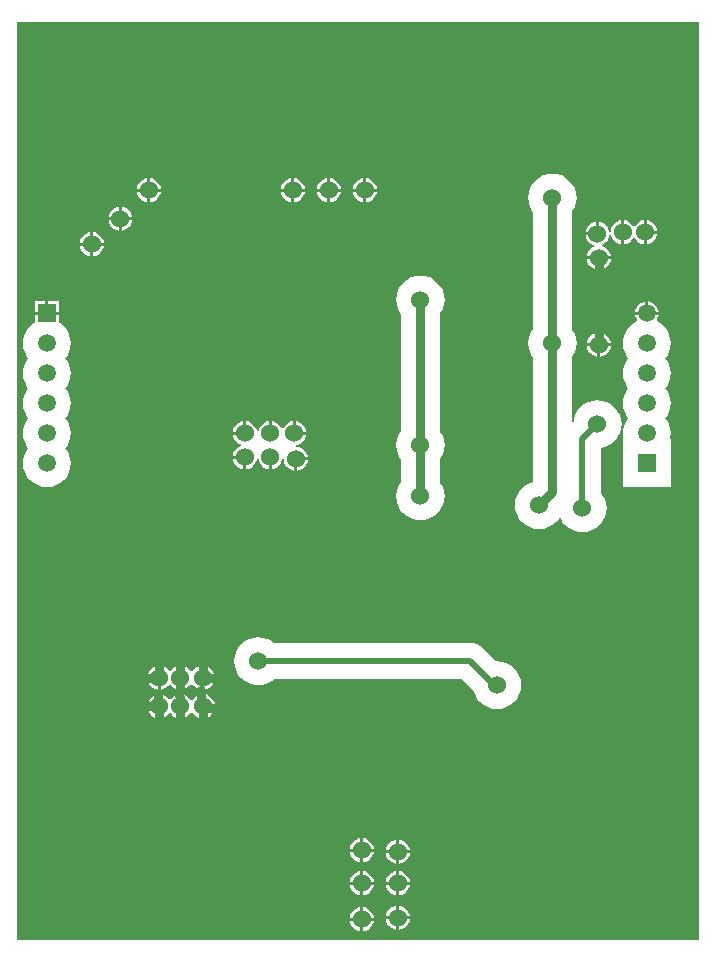
<source format=gbl>
%FSLAX25Y25*%
%MOIN*%
G70*
G01*
G75*
G04 Layer_Physical_Order=2*
G04 Layer_Color=16711680*
%ADD10O,0.06496X0.01969*%
%ADD11R,0.06496X0.01969*%
%ADD12R,0.05512X0.04331*%
%ADD13R,0.05906X0.05512*%
%ADD14R,0.05512X0.05906*%
%ADD15R,0.04331X0.05512*%
%ADD16R,0.28740X0.10433*%
%ADD17R,0.04331X0.10236*%
%ADD18R,0.16732X0.10906*%
%ADD19R,0.08661X0.03937*%
%ADD20O,0.08661X0.03937*%
%ADD21R,0.08661X0.12795*%
G04:AMPARAMS|DCode=22|XSize=55.12mil|YSize=25.59mil|CornerRadius=0mil|HoleSize=0mil|Usage=FLASHONLY|Rotation=180.000|XOffset=0mil|YOffset=0mil|HoleType=Round|Shape=Octagon|*
%AMOCTAGOND22*
4,1,8,-0.02756,0.00640,-0.02756,-0.00640,-0.02116,-0.01280,0.02116,-0.01280,0.02756,-0.00640,0.02756,0.00640,0.02116,0.01280,-0.02116,0.01280,-0.02756,0.00640,0.0*
%
%ADD22OCTAGOND22*%

%ADD23R,0.05512X0.02559*%
%ADD24R,0.06000X0.06000*%
%ADD25R,0.04331X0.06693*%
%ADD26O,0.05500X0.03000*%
%ADD27R,0.05500X0.03000*%
%ADD28R,0.10906X0.16732*%
%ADD29R,0.07874X0.09843*%
G04:AMPARAMS|DCode=30|XSize=78.74mil|YSize=98.43mil|CornerRadius=0mil|HoleSize=0mil|Usage=FLASHONLY|Rotation=180.000|XOffset=0mil|YOffset=0mil|HoleType=Round|Shape=Octagon|*
%AMOCTAGOND30*
4,1,8,0.01969,-0.04921,-0.01969,-0.04921,-0.03937,-0.02953,-0.03937,0.02953,-0.01969,0.04921,0.01969,0.04921,0.03937,0.02953,0.03937,-0.02953,0.01969,-0.04921,0.0*
%
%ADD30OCTAGOND30*%

G04:AMPARAMS|DCode=31|XSize=66.93mil|YSize=130mil|CornerRadius=0mil|HoleSize=0mil|Usage=FLASHONLY|Rotation=180.000|XOffset=0mil|YOffset=0mil|HoleType=Round|Shape=Octagon|*
%AMOCTAGOND31*
4,1,8,0.01673,-0.06500,-0.01673,-0.06500,-0.03347,-0.04827,-0.03347,0.04827,-0.01673,0.06500,0.01673,0.06500,0.03347,0.04827,0.03347,-0.04827,0.01673,-0.06500,0.0*
%
%ADD31OCTAGOND31*%

%ADD32R,0.06693X0.13000*%
%ADD33R,0.04724X0.01221*%
%ADD34O,0.04724X0.01221*%
%ADD35R,0.02756X0.01181*%
%ADD36O,0.02756X0.01181*%
%ADD37C,0.01500*%
%ADD38C,0.01000*%
%ADD39C,0.01200*%
%ADD40C,0.03000*%
%ADD41C,0.02000*%
%ADD42C,0.02500*%
%ADD43R,0.05906X0.05906*%
%ADD44C,0.05906*%
%ADD45C,0.06000*%
G36*
X352452Y64547D02*
X125048D01*
Y370452D01*
X352452D01*
Y64547D01*
D02*
G37*
%LPC*%
G36*
X172000Y146469D02*
X171456Y146397D01*
X170483Y145994D01*
X169647Y145353D01*
X169006Y144517D01*
X168603Y143544D01*
X168531Y143000D01*
X172000D01*
Y146469D01*
D02*
G37*
G36*
X205500Y165539D02*
X203932Y165384D01*
X202424Y164927D01*
X201034Y164184D01*
X199816Y163184D01*
X198816Y161966D01*
X198073Y160576D01*
X197616Y159068D01*
X197461Y157500D01*
X197616Y155932D01*
X198073Y154424D01*
X198816Y153034D01*
X199816Y151816D01*
X201034Y150816D01*
X202424Y150073D01*
X203932Y149616D01*
X205500Y149461D01*
X207068Y149616D01*
X208576Y150073D01*
X209966Y150816D01*
X210764Y151471D01*
X273503D01*
X277148Y147826D01*
X277573Y146424D01*
X278316Y145034D01*
X279316Y143816D01*
X280534Y142816D01*
X281924Y142073D01*
X283432Y141616D01*
X285000Y141461D01*
X286568Y141616D01*
X288076Y142073D01*
X289466Y142816D01*
X290684Y143816D01*
X291684Y145034D01*
X292427Y146424D01*
X292884Y147932D01*
X293039Y149500D01*
X292884Y151068D01*
X292427Y152576D01*
X291684Y153966D01*
X290684Y155184D01*
X289466Y156184D01*
X288076Y156927D01*
X286568Y157384D01*
X285000Y157539D01*
X284534Y157493D01*
X280263Y161763D01*
X279349Y162513D01*
X278307Y163070D01*
X277176Y163413D01*
X276000Y163529D01*
X210764D01*
X209966Y164184D01*
X208576Y164927D01*
X207068Y165384D01*
X205500Y165539D01*
D02*
G37*
G36*
X187500Y146469D02*
Y143000D01*
X190969D01*
X190897Y143544D01*
X190494Y144517D01*
X189853Y145353D01*
X189017Y145994D01*
X188044Y146397D01*
X187500Y146469D01*
D02*
G37*
G36*
X179000D02*
X178456Y146397D01*
X177483Y145994D01*
X176647Y145353D01*
X176250Y144835D01*
X175750D01*
X175353Y145353D01*
X174517Y145994D01*
X173544Y146397D01*
X173000Y146469D01*
Y142500D01*
Y138531D01*
X173544Y138603D01*
X174517Y139006D01*
X175353Y139647D01*
X175750Y140165D01*
X176250D01*
X176647Y139647D01*
X177483Y139006D01*
X178456Y138603D01*
X179000Y138531D01*
Y142500D01*
Y146469D01*
D02*
G37*
G36*
X186500D02*
X185956Y146397D01*
X184983Y145994D01*
X184147Y145353D01*
X183506Y144517D01*
X183500Y144503D01*
X183000D01*
X182994Y144517D01*
X182353Y145353D01*
X181517Y145994D01*
X180544Y146397D01*
X180000Y146469D01*
Y142500D01*
Y138531D01*
X180544Y138603D01*
X181517Y139006D01*
X182353Y139647D01*
X182994Y140483D01*
X183000Y140497D01*
X183500D01*
X183506Y140483D01*
X184147Y139647D01*
X184983Y139006D01*
X185956Y138603D01*
X186500Y138531D01*
Y142500D01*
Y146469D01*
D02*
G37*
G36*
X239500Y98469D02*
X238956Y98397D01*
X237983Y97994D01*
X237147Y97353D01*
X236506Y96517D01*
X236103Y95544D01*
X236031Y95000D01*
X239500D01*
Y98469D01*
D02*
G37*
G36*
X252500Y97969D02*
Y94500D01*
X255969D01*
X255897Y95044D01*
X255494Y96017D01*
X254853Y96853D01*
X254017Y97494D01*
X253044Y97897D01*
X252500Y97969D01*
D02*
G37*
G36*
X240500Y98469D02*
Y95000D01*
X243969D01*
X243897Y95544D01*
X243494Y96517D01*
X242853Y97353D01*
X242017Y97994D01*
X241044Y98397D01*
X240500Y98469D01*
D02*
G37*
G36*
X190969Y142000D02*
X187500D01*
Y138531D01*
X188044Y138603D01*
X189017Y139006D01*
X189853Y139647D01*
X190494Y140483D01*
X190897Y141456D01*
X190969Y142000D01*
D02*
G37*
G36*
X172000D02*
X168531D01*
X168603Y141456D01*
X169006Y140483D01*
X169647Y139647D01*
X170483Y139006D01*
X171456Y138603D01*
X172000Y138531D01*
Y142000D01*
D02*
G37*
G36*
Y151500D02*
X168531D01*
X168603Y150956D01*
X169006Y149983D01*
X169647Y149147D01*
X170483Y148506D01*
X171456Y148103D01*
X172000Y148031D01*
Y151500D01*
D02*
G37*
G36*
X259500Y286039D02*
X257932Y285884D01*
X256424Y285427D01*
X255034Y284684D01*
X253816Y283684D01*
X252816Y282466D01*
X252073Y281076D01*
X251616Y279568D01*
X251461Y278000D01*
X251616Y276432D01*
X252073Y274924D01*
X252816Y273534D01*
X252969Y273348D01*
Y234152D01*
X252816Y233966D01*
X252073Y232576D01*
X251616Y231068D01*
X251461Y229500D01*
X251616Y227932D01*
X252073Y226424D01*
X252816Y225034D01*
X252969Y224848D01*
Y217152D01*
X252816Y216966D01*
X252073Y215576D01*
X251616Y214068D01*
X251461Y212500D01*
X251616Y210932D01*
X251747Y210500D01*
X252073Y209424D01*
X252816Y208034D01*
X253816Y206816D01*
X255034Y205816D01*
X256424Y205073D01*
X257932Y204616D01*
X259500Y204461D01*
X261068Y204616D01*
X262576Y205073D01*
X263966Y205816D01*
X265184Y206816D01*
X266184Y208034D01*
X266927Y209424D01*
X267384Y210932D01*
X267539Y212500D01*
X267384Y214068D01*
X266927Y215576D01*
X266184Y216966D01*
X266031Y217152D01*
Y224848D01*
X266184Y225034D01*
X266927Y226424D01*
X267384Y227932D01*
X267539Y229500D01*
X267384Y231068D01*
X266927Y232576D01*
X266184Y233966D01*
X266031Y234152D01*
Y273348D01*
X266184Y273534D01*
X266927Y274924D01*
X267384Y276432D01*
X267539Y278000D01*
X267384Y279568D01*
X266927Y281076D01*
X266184Y282466D01*
X265184Y283684D01*
X263966Y284684D01*
X262576Y285427D01*
X261068Y285884D01*
X259500Y286039D01*
D02*
G37*
G36*
X303500Y320039D02*
X301932Y319884D01*
X300424Y319427D01*
X299034Y318684D01*
X297816Y317684D01*
X296816Y316466D01*
X296073Y315076D01*
X295616Y313568D01*
X295461Y312000D01*
X295616Y310432D01*
X296073Y308924D01*
X296816Y307534D01*
X296969Y307348D01*
Y268152D01*
X296816Y267966D01*
X296073Y266576D01*
X295616Y265068D01*
X295461Y263500D01*
X295616Y261932D01*
X296073Y260424D01*
X296816Y259034D01*
X296969Y258848D01*
Y217244D01*
X295924Y216927D01*
X294534Y216184D01*
X293316Y215184D01*
X292316Y213966D01*
X291573Y212576D01*
X291116Y211068D01*
X291023Y210129D01*
D01*
X290961Y209500D01*
X291116Y207932D01*
X291573Y206424D01*
X292316Y205034D01*
X293316Y203816D01*
X294534Y202816D01*
X295924Y202073D01*
X297432Y201616D01*
X299000Y201461D01*
X300568Y201616D01*
X302076Y202073D01*
X303466Y202816D01*
X304684Y203816D01*
X305684Y205034D01*
X305733Y205125D01*
D01*
X306233D01*
D01*
D01*
X306816Y204034D01*
X307816Y202816D01*
X309034Y201816D01*
X310424Y201073D01*
X311932Y200616D01*
X313500Y200461D01*
X315068Y200616D01*
X316576Y201073D01*
X317966Y201816D01*
X319184Y202816D01*
X320184Y204034D01*
X320927Y205424D01*
X321384Y206932D01*
X321539Y208500D01*
X321384Y210068D01*
X320927Y211576D01*
X320184Y212966D01*
X319529Y213764D01*
Y228563D01*
X320068Y228616D01*
X321576Y229073D01*
X322966Y229816D01*
X324184Y230816D01*
X325184Y232034D01*
X325927Y233424D01*
X326384Y234932D01*
X326539Y236500D01*
X326384Y238068D01*
X325927Y239576D01*
X325184Y240966D01*
X324184Y242184D01*
X322966Y243184D01*
X321576Y243927D01*
X320068Y244384D01*
X318500Y244539D01*
X316932Y244384D01*
X315424Y243927D01*
X314034Y243184D01*
X312816Y242184D01*
X311816Y240966D01*
X311073Y239576D01*
X310616Y238068D01*
X310531Y237206D01*
X310031Y237231D01*
Y258848D01*
X310184Y259034D01*
X310927Y260424D01*
X311384Y261932D01*
X311539Y263500D01*
X311384Y265068D01*
X310927Y266576D01*
X310184Y267966D01*
X310031Y268152D01*
Y307348D01*
X310184Y307534D01*
X310927Y308924D01*
X311384Y310432D01*
X311539Y312000D01*
X311384Y313568D01*
X310927Y315076D01*
X310184Y316466D01*
X309184Y317684D01*
X307966Y318684D01*
X306576Y319427D01*
X305068Y319884D01*
X303500Y320039D01*
D02*
G37*
G36*
X138953Y273000D02*
X131047D01*
Y270405D01*
X130560Y270145D01*
X129349Y269151D01*
X128356Y267940D01*
X127617Y266558D01*
X127162Y265059D01*
X127009Y263500D01*
X127162Y261941D01*
X127617Y260442D01*
X128356Y259060D01*
X128815Y258500D01*
X128356Y257940D01*
X127617Y256558D01*
X127162Y255059D01*
X127009Y253500D01*
X127162Y251941D01*
X127617Y250442D01*
X128356Y249060D01*
X128815Y248500D01*
X128356Y247940D01*
X127617Y246558D01*
X127162Y245059D01*
X127009Y243500D01*
X127162Y241941D01*
X127617Y240442D01*
X128356Y239060D01*
X128815Y238500D01*
X128356Y237940D01*
X127617Y236558D01*
X127162Y235059D01*
X127009Y233500D01*
X127162Y231941D01*
X127617Y230442D01*
X128356Y229060D01*
X128815Y228500D01*
X128356Y227940D01*
X127617Y226558D01*
X127162Y225059D01*
X127009Y223500D01*
X127162Y221941D01*
X127617Y220442D01*
X128356Y219060D01*
X129349Y217849D01*
X130560Y216856D01*
X131942Y216117D01*
X133441Y215662D01*
X135000Y215509D01*
X136559Y215662D01*
X138058Y216117D01*
X139440Y216856D01*
X140651Y217849D01*
X141645Y219060D01*
X142383Y220442D01*
X142838Y221941D01*
X142991Y223500D01*
X142838Y225059D01*
X142383Y226558D01*
X141645Y227940D01*
X141185Y228500D01*
X141645Y229060D01*
X142383Y230442D01*
X142838Y231941D01*
X142991Y233500D01*
X142838Y235059D01*
X142383Y236558D01*
X141645Y237940D01*
X141185Y238500D01*
X141645Y239060D01*
X142383Y240442D01*
X142838Y241941D01*
X142991Y243500D01*
X142838Y245059D01*
X142383Y246558D01*
X141645Y247940D01*
X141185Y248500D01*
X141645Y249060D01*
X142383Y250442D01*
X142838Y251941D01*
X142991Y253500D01*
X142838Y255059D01*
X142383Y256558D01*
X141645Y257940D01*
X141185Y258500D01*
X141645Y259060D01*
X142383Y260442D01*
X142838Y261941D01*
X142991Y263500D01*
X142838Y265059D01*
X142383Y266558D01*
X141645Y267940D01*
X140651Y269151D01*
X139440Y270145D01*
X138953Y270405D01*
Y273000D01*
D02*
G37*
G36*
X221969Y224500D02*
X218500D01*
Y221031D01*
X219044Y221103D01*
X220017Y221506D01*
X220853Y222147D01*
X221494Y222983D01*
X221897Y223956D01*
X221969Y224500D01*
D02*
G37*
G36*
X338921Y273000D02*
X331079D01*
X331149Y272468D01*
X331547Y271507D01*
X331766Y271221D01*
X331661Y270733D01*
X330560Y270145D01*
X329349Y269151D01*
X328356Y267940D01*
X327617Y266558D01*
X327162Y265059D01*
X327009Y263500D01*
X327162Y261941D01*
X327617Y260442D01*
X328356Y259060D01*
X328815Y258500D01*
X328356Y257940D01*
X327617Y256558D01*
X327162Y255059D01*
X327009Y253500D01*
X327162Y251941D01*
X327617Y250442D01*
X328356Y249060D01*
X328815Y248500D01*
X328356Y247940D01*
X327617Y246558D01*
X327162Y245059D01*
X327009Y243500D01*
X327162Y241941D01*
X327617Y240442D01*
X328356Y239060D01*
X328815Y238500D01*
X328356Y237940D01*
X327617Y236558D01*
X327162Y235059D01*
X327009Y233500D01*
X327162Y231941D01*
X327234Y231705D01*
X327047Y231453D01*
X327047D01*
Y215547D01*
X342953D01*
Y231453D01*
X342953D01*
X342766Y231705D01*
X342838Y231941D01*
X342991Y233500D01*
X342838Y235059D01*
X342383Y236558D01*
X341645Y237940D01*
X341185Y238500D01*
X341645Y239060D01*
X342383Y240442D01*
X342838Y241941D01*
X342991Y243500D01*
X342838Y245059D01*
X342383Y246558D01*
X341645Y247940D01*
X341185Y248500D01*
X341645Y249060D01*
X342383Y250442D01*
X342838Y251941D01*
X342991Y253500D01*
X342838Y255059D01*
X342383Y256558D01*
X341645Y257940D01*
X341185Y258500D01*
X341645Y259060D01*
X342383Y260442D01*
X342838Y261941D01*
X342991Y263500D01*
X342838Y265059D01*
X342383Y266558D01*
X341645Y267940D01*
X340651Y269151D01*
X339440Y270145D01*
X338339Y270733D01*
X338234Y271221D01*
X338453Y271507D01*
X338851Y272468D01*
X338921Y273000D01*
D02*
G37*
G36*
X172000Y155969D02*
X171456Y155897D01*
X170483Y155494D01*
X169647Y154853D01*
X169006Y154017D01*
X168603Y153044D01*
X168531Y152500D01*
X172000D01*
Y155969D01*
D02*
G37*
G36*
X190969Y151500D02*
X187500D01*
Y148031D01*
X188044Y148103D01*
X189017Y148506D01*
X189853Y149147D01*
X190494Y149983D01*
X190897Y150956D01*
X190969Y151500D01*
D02*
G37*
G36*
X187500Y155969D02*
Y152500D01*
X190969D01*
X190897Y153044D01*
X190494Y154017D01*
X189853Y154853D01*
X189017Y155494D01*
X188044Y155897D01*
X187500Y155969D01*
D02*
G37*
G36*
X179000D02*
X178456Y155897D01*
X177483Y155494D01*
X176647Y154853D01*
X176250Y154335D01*
X175750D01*
X175353Y154853D01*
X174517Y155494D01*
X173544Y155897D01*
X173000Y155969D01*
Y152000D01*
Y148031D01*
X173544Y148103D01*
X174517Y148506D01*
X175353Y149147D01*
X175750Y149665D01*
X176250D01*
X176647Y149147D01*
X177483Y148506D01*
X178456Y148103D01*
X179000Y148031D01*
Y152000D01*
Y155969D01*
D02*
G37*
G36*
X186500D02*
X185956Y155897D01*
X184983Y155494D01*
X184147Y154853D01*
X183506Y154017D01*
X183500Y154003D01*
X183000D01*
X182994Y154017D01*
X182353Y154853D01*
X181517Y155494D01*
X180544Y155897D01*
X180000Y155969D01*
Y152000D01*
Y148031D01*
X180544Y148103D01*
X181517Y148506D01*
X182353Y149147D01*
X182994Y149983D01*
X183000Y149997D01*
X183500D01*
X183506Y149983D01*
X184147Y149147D01*
X184983Y148506D01*
X185956Y148103D01*
X186500Y148031D01*
Y152000D01*
Y155969D01*
D02*
G37*
G36*
X251500Y75969D02*
X250956Y75897D01*
X249983Y75494D01*
X249147Y74853D01*
X248506Y74017D01*
X248103Y73044D01*
X248031Y72500D01*
X251500D01*
Y75969D01*
D02*
G37*
G36*
X240500Y75469D02*
Y72000D01*
X243969D01*
X243897Y72544D01*
X243494Y73517D01*
X242853Y74353D01*
X242017Y74994D01*
X241044Y75397D01*
X240500Y75469D01*
D02*
G37*
G36*
X252500Y75969D02*
Y72500D01*
X255969D01*
X255897Y73044D01*
X255494Y74017D01*
X254853Y74853D01*
X254017Y75494D01*
X253044Y75897D01*
X252500Y75969D01*
D02*
G37*
G36*
X243969Y83000D02*
X240500D01*
Y79531D01*
X241044Y79603D01*
X242017Y80006D01*
X242853Y80647D01*
X243494Y81483D01*
X243897Y82456D01*
X243969Y83000D01*
D02*
G37*
G36*
X239500D02*
X236031D01*
X236103Y82456D01*
X236506Y81483D01*
X237147Y80647D01*
X237983Y80006D01*
X238956Y79603D01*
X239500Y79531D01*
Y83000D01*
D02*
G37*
G36*
X243969Y71000D02*
X240500D01*
Y67531D01*
X241044Y67603D01*
X242017Y68006D01*
X242853Y68647D01*
X243494Y69483D01*
X243897Y70456D01*
X243969Y71000D01*
D02*
G37*
G36*
X239500D02*
X236031D01*
X236103Y70456D01*
X236506Y69483D01*
X237147Y68647D01*
X237983Y68006D01*
X238956Y67603D01*
X239500Y67531D01*
Y71000D01*
D02*
G37*
G36*
X251500Y71500D02*
X248031D01*
X248103Y70956D01*
X248506Y69983D01*
X249147Y69147D01*
X249983Y68506D01*
X250956Y68103D01*
X251500Y68031D01*
Y71500D01*
D02*
G37*
G36*
X239500Y75469D02*
X238956Y75397D01*
X237983Y74994D01*
X237147Y74353D01*
X236506Y73517D01*
X236103Y72544D01*
X236031Y72000D01*
X239500D01*
Y75469D01*
D02*
G37*
G36*
X255969Y71500D02*
X252500D01*
Y68031D01*
X253044Y68103D01*
X254017Y68506D01*
X254853Y69147D01*
X255494Y69983D01*
X255897Y70956D01*
X255969Y71500D01*
D02*
G37*
G36*
X251500Y83000D02*
X248031D01*
X248103Y82456D01*
X248506Y81483D01*
X249147Y80647D01*
X249983Y80006D01*
X250956Y79603D01*
X251500Y79531D01*
Y83000D01*
D02*
G37*
G36*
X255969Y93500D02*
X252500D01*
Y90031D01*
X253044Y90103D01*
X254017Y90506D01*
X254853Y91147D01*
X255494Y91983D01*
X255897Y92956D01*
X255969Y93500D01*
D02*
G37*
G36*
X251500D02*
X248031D01*
X248103Y92956D01*
X248506Y91983D01*
X249147Y91147D01*
X249983Y90506D01*
X250956Y90103D01*
X251500Y90031D01*
Y93500D01*
D02*
G37*
G36*
X239500Y94000D02*
X236031D01*
X236103Y93456D01*
X236506Y92483D01*
X237147Y91647D01*
X237983Y91006D01*
X238956Y90603D01*
X239500Y90531D01*
Y94000D01*
D02*
G37*
G36*
X251500Y97969D02*
X250956Y97897D01*
X249983Y97494D01*
X249147Y96853D01*
X248506Y96017D01*
X248103Y95044D01*
X248031Y94500D01*
X251500D01*
Y97969D01*
D02*
G37*
G36*
X243969Y94000D02*
X240500D01*
Y90531D01*
X241044Y90603D01*
X242017Y91006D01*
X242853Y91647D01*
X243494Y92483D01*
X243897Y93456D01*
X243969Y94000D01*
D02*
G37*
G36*
X239500Y87469D02*
X238956Y87397D01*
X237983Y86994D01*
X237147Y86353D01*
X236506Y85517D01*
X236103Y84544D01*
X236031Y84000D01*
X239500D01*
Y87469D01*
D02*
G37*
G36*
X255969Y83000D02*
X252500D01*
Y79531D01*
X253044Y79603D01*
X254017Y80006D01*
X254853Y80647D01*
X255494Y81483D01*
X255897Y82456D01*
X255969Y83000D01*
D02*
G37*
G36*
X240500Y87469D02*
Y84000D01*
X243969D01*
X243897Y84544D01*
X243494Y85517D01*
X242853Y86353D01*
X242017Y86994D01*
X241044Y87397D01*
X240500Y87469D01*
D02*
G37*
G36*
X252500D02*
Y84000D01*
X255969D01*
X255897Y84544D01*
X255494Y85517D01*
X254853Y86353D01*
X254017Y86994D01*
X253044Y87397D01*
X252500Y87469D01*
D02*
G37*
G36*
X251500D02*
X250956Y87397D01*
X249983Y86994D01*
X249147Y86353D01*
X248506Y85517D01*
X248103Y84544D01*
X248031Y84000D01*
X251500D01*
Y87469D01*
D02*
G37*
G36*
X172969Y314000D02*
X169500D01*
Y310531D01*
X170044Y310603D01*
X171017Y311006D01*
X171853Y311647D01*
X172494Y312483D01*
X172897Y313456D01*
X172969Y314000D01*
D02*
G37*
G36*
X168500D02*
X165031D01*
X165103Y313456D01*
X165506Y312483D01*
X166147Y311647D01*
X166983Y311006D01*
X167956Y310603D01*
X168500Y310531D01*
Y314000D01*
D02*
G37*
G36*
X216500D02*
X213031D01*
X213103Y313456D01*
X213506Y312483D01*
X214147Y311647D01*
X214983Y311006D01*
X215956Y310603D01*
X216500Y310531D01*
Y314000D01*
D02*
G37*
G36*
X228500D02*
X225031D01*
X225103Y313456D01*
X225506Y312483D01*
X226147Y311647D01*
X226983Y311006D01*
X227956Y310603D01*
X228500Y310531D01*
Y314000D01*
D02*
G37*
G36*
X220969D02*
X217500D01*
Y310531D01*
X218044Y310603D01*
X219017Y311006D01*
X219853Y311647D01*
X220494Y312483D01*
X220897Y313456D01*
X220969Y314000D01*
D02*
G37*
G36*
X163469Y304500D02*
X160000D01*
Y301031D01*
X160544Y301103D01*
X161517Y301506D01*
X162353Y302147D01*
X162994Y302983D01*
X163397Y303956D01*
X163469Y304500D01*
D02*
G37*
G36*
X159000D02*
X155531D01*
X155603Y303956D01*
X156006Y302983D01*
X156647Y302147D01*
X157483Y301506D01*
X158456Y301103D01*
X159000Y301031D01*
Y304500D01*
D02*
G37*
G36*
X334000Y304469D02*
X333456Y304397D01*
X332483Y303994D01*
X331647Y303353D01*
X331006Y302517D01*
X331000Y302503D01*
X330500D01*
X330494Y302517D01*
X329853Y303353D01*
X329017Y303994D01*
X328044Y304397D01*
X327500Y304469D01*
Y300500D01*
Y296531D01*
X328044Y296603D01*
X329017Y297006D01*
X329853Y297647D01*
X330494Y298483D01*
X330500Y298497D01*
X331000D01*
X331006Y298483D01*
X331647Y297647D01*
X332483Y297006D01*
X333456Y296603D01*
X334000Y296531D01*
Y300500D01*
Y304469D01*
D02*
G37*
G36*
X160000Y308969D02*
Y305500D01*
X163469D01*
X163397Y306044D01*
X162994Y307017D01*
X162353Y307853D01*
X161517Y308494D01*
X160544Y308897D01*
X160000Y308969D01*
D02*
G37*
G36*
X159000D02*
X158456Y308897D01*
X157483Y308494D01*
X156647Y307853D01*
X156006Y307017D01*
X155603Y306044D01*
X155531Y305500D01*
X159000D01*
Y308969D01*
D02*
G37*
G36*
X232969Y314000D02*
X229500D01*
Y310531D01*
X230044Y310603D01*
X231017Y311006D01*
X231853Y311647D01*
X232494Y312483D01*
X232897Y313456D01*
X232969Y314000D01*
D02*
G37*
G36*
X228500Y318469D02*
X227956Y318397D01*
X226983Y317994D01*
X226147Y317353D01*
X225506Y316517D01*
X225103Y315544D01*
X225031Y315000D01*
X228500D01*
Y318469D01*
D02*
G37*
G36*
X217500D02*
Y315000D01*
X220969D01*
X220897Y315544D01*
X220494Y316517D01*
X219853Y317353D01*
X219017Y317994D01*
X218044Y318397D01*
X217500Y318469D01*
D02*
G37*
G36*
X229500D02*
Y315000D01*
X232969D01*
X232897Y315544D01*
X232494Y316517D01*
X231853Y317353D01*
X231017Y317994D01*
X230044Y318397D01*
X229500Y318469D01*
D02*
G37*
G36*
X241500D02*
Y315000D01*
X244969D01*
X244897Y315544D01*
X244494Y316517D01*
X243853Y317353D01*
X243017Y317994D01*
X242044Y318397D01*
X241500Y318469D01*
D02*
G37*
G36*
X240500D02*
X239956Y318397D01*
X238983Y317994D01*
X238147Y317353D01*
X237506Y316517D01*
X237103Y315544D01*
X237031Y315000D01*
X240500D01*
Y318469D01*
D02*
G37*
G36*
X244969Y314000D02*
X241500D01*
Y310531D01*
X242044Y310603D01*
X243017Y311006D01*
X243853Y311647D01*
X244494Y312483D01*
X244897Y313456D01*
X244969Y314000D01*
D02*
G37*
G36*
X240500D02*
X237031D01*
X237103Y313456D01*
X237506Y312483D01*
X238147Y311647D01*
X238983Y311006D01*
X239956Y310603D01*
X240500Y310531D01*
Y314000D01*
D02*
G37*
G36*
X168500Y318469D02*
X167956Y318397D01*
X166983Y317994D01*
X166147Y317353D01*
X165506Y316517D01*
X165103Y315544D01*
X165031Y315000D01*
X168500D01*
Y318469D01*
D02*
G37*
G36*
X216500D02*
X215956Y318397D01*
X214983Y317994D01*
X214147Y317353D01*
X213506Y316517D01*
X213103Y315544D01*
X213031Y315000D01*
X216500D01*
Y318469D01*
D02*
G37*
G36*
X169500D02*
Y315000D01*
X172969D01*
X172897Y315544D01*
X172494Y316517D01*
X171853Y317353D01*
X171017Y317994D01*
X170044Y318397D01*
X169500Y318469D01*
D02*
G37*
G36*
X335000Y304469D02*
Y301000D01*
X338469D01*
X338397Y301544D01*
X337994Y302517D01*
X337353Y303353D01*
X336517Y303994D01*
X335544Y304397D01*
X335000Y304469D01*
D02*
G37*
G36*
X318500Y266969D02*
X317956Y266897D01*
X316983Y266494D01*
X316147Y265853D01*
X315506Y265017D01*
X315103Y264044D01*
X315031Y263500D01*
X318500D01*
Y266969D01*
D02*
G37*
G36*
X322969Y262500D02*
X319500D01*
Y259031D01*
X320044Y259103D01*
X321017Y259506D01*
X321853Y260147D01*
X322494Y260983D01*
X322897Y261956D01*
X322969Y262500D01*
D02*
G37*
G36*
X319500Y266969D02*
Y263500D01*
X322969D01*
X322897Y264044D01*
X322494Y265017D01*
X321853Y265853D01*
X321017Y266494D01*
X320044Y266897D01*
X319500Y266969D01*
D02*
G37*
G36*
X138953Y277453D02*
X135500D01*
Y274000D01*
X138953D01*
Y277453D01*
D02*
G37*
G36*
X134500D02*
X131047D01*
Y274000D01*
X134500D01*
Y277453D01*
D02*
G37*
G36*
X200500Y237469D02*
X199956Y237397D01*
X198983Y236994D01*
X198147Y236353D01*
X197506Y235517D01*
X197103Y234544D01*
X197031Y234000D01*
X200500D01*
Y237469D01*
D02*
G37*
G36*
Y225000D02*
X197031D01*
X197103Y224456D01*
X197506Y223483D01*
X198147Y222647D01*
X198983Y222006D01*
X199956Y221603D01*
X200500Y221531D01*
Y225000D01*
D02*
G37*
G36*
X218000Y237469D02*
Y234000D01*
X221469D01*
X221397Y234544D01*
X220994Y235517D01*
X220353Y236353D01*
X219517Y236994D01*
X218544Y237397D01*
X218000Y237469D01*
D02*
G37*
G36*
X318500Y262500D02*
X315031D01*
X315103Y261956D01*
X315506Y260983D01*
X316147Y260147D01*
X316983Y259506D01*
X317956Y259103D01*
X318500Y259031D01*
Y262500D01*
D02*
G37*
G36*
X217000Y237469D02*
X216456Y237397D01*
X215483Y236994D01*
X214647Y236353D01*
X214006Y235517D01*
X213750Y234899D01*
X213250D01*
X212994Y235517D01*
X212353Y236353D01*
X211517Y236994D01*
X210544Y237397D01*
X210000Y237469D01*
Y233500D01*
X209000D01*
Y237469D01*
X208456Y237397D01*
X207483Y236994D01*
X206647Y236353D01*
X206006Y235517D01*
X205603Y234544D01*
X205500Y233762D01*
X205000D01*
X204897Y234544D01*
X204494Y235517D01*
X203853Y236353D01*
X203017Y236994D01*
X202044Y237397D01*
X201500Y237469D01*
Y233500D01*
X201000D01*
Y233000D01*
X197031D01*
X197103Y232456D01*
X197506Y231483D01*
X198147Y230647D01*
X198983Y230006D01*
X199601Y229750D01*
Y229250D01*
X198983Y228994D01*
X198147Y228353D01*
X197506Y227517D01*
X197103Y226544D01*
X197031Y226000D01*
X201000D01*
Y225500D01*
X201500D01*
Y221531D01*
X202044Y221603D01*
X203017Y222006D01*
X203853Y222647D01*
X204494Y223483D01*
X204897Y224456D01*
X205000Y225238D01*
X205500D01*
X205603Y224456D01*
X206006Y223483D01*
X206647Y222647D01*
X207483Y222006D01*
X208456Y221603D01*
X209000Y221531D01*
Y225500D01*
X210000D01*
Y221531D01*
X210544Y221603D01*
X211517Y222006D01*
X212353Y222647D01*
X212994Y223483D01*
X213397Y224456D01*
X213467Y224988D01*
X213967D01*
X214103Y223956D01*
X214506Y222983D01*
X215147Y222147D01*
X215983Y221506D01*
X216956Y221103D01*
X217500Y221031D01*
Y225000D01*
X218000D01*
Y225500D01*
X221969D01*
X221897Y226044D01*
X221494Y227017D01*
X220853Y227853D01*
X220017Y228494D01*
X219044Y228897D01*
X218012Y229033D01*
Y229533D01*
X218544Y229603D01*
X219517Y230006D01*
X220353Y230647D01*
X220994Y231483D01*
X221397Y232456D01*
X221469Y233000D01*
X217500D01*
Y233500D01*
X217000D01*
Y237469D01*
D02*
G37*
G36*
X334500Y277421D02*
X333968Y277351D01*
X333007Y276953D01*
X332181Y276319D01*
X331547Y275493D01*
X331149Y274532D01*
X331079Y274000D01*
X334500D01*
Y277421D01*
D02*
G37*
G36*
X149500Y300469D02*
X148956Y300397D01*
X147983Y299994D01*
X147147Y299353D01*
X146506Y298517D01*
X146103Y297544D01*
X146031Y297000D01*
X149500D01*
Y300469D01*
D02*
G37*
G36*
X338469Y300000D02*
X335000D01*
Y296531D01*
X335544Y296603D01*
X336517Y297006D01*
X337353Y297647D01*
X337994Y298483D01*
X338397Y299456D01*
X338469Y300000D01*
D02*
G37*
G36*
X150500Y300469D02*
Y297000D01*
X153969D01*
X153897Y297544D01*
X153494Y298517D01*
X152853Y299353D01*
X152017Y299994D01*
X151044Y300397D01*
X150500Y300469D01*
D02*
G37*
G36*
X326500Y304469D02*
X325956Y304397D01*
X324983Y303994D01*
X324147Y303353D01*
X323506Y302517D01*
X323103Y301544D01*
X322967Y300512D01*
X322467D01*
X322397Y301044D01*
X321994Y302017D01*
X321353Y302853D01*
X320517Y303494D01*
X319544Y303897D01*
X319000Y303969D01*
Y300000D01*
X318500D01*
Y299500D01*
X314531D01*
X314603Y298956D01*
X315006Y297983D01*
X315647Y297147D01*
X316483Y296506D01*
X317351Y296146D01*
Y295646D01*
X316983Y295494D01*
X316147Y294853D01*
X315506Y294017D01*
X315103Y293044D01*
X315031Y292500D01*
X322969D01*
X322897Y293044D01*
X322494Y294017D01*
X321853Y294853D01*
X321017Y295494D01*
X320149Y295853D01*
Y296354D01*
X320517Y296506D01*
X321353Y297147D01*
X321994Y297983D01*
X322397Y298956D01*
X322533Y299988D01*
X323033D01*
X323103Y299456D01*
X323506Y298483D01*
X324147Y297647D01*
X324983Y297006D01*
X325956Y296603D01*
X326500Y296531D01*
Y300500D01*
Y304469D01*
D02*
G37*
G36*
X318000Y303969D02*
X317456Y303897D01*
X316483Y303494D01*
X315647Y302853D01*
X315006Y302017D01*
X314603Y301044D01*
X314531Y300500D01*
X318000D01*
Y303969D01*
D02*
G37*
G36*
X318500Y291500D02*
X315031D01*
X315103Y290956D01*
X315506Y289983D01*
X316147Y289147D01*
X316983Y288506D01*
X317956Y288103D01*
X318500Y288031D01*
Y291500D01*
D02*
G37*
G36*
X335500Y277421D02*
Y274000D01*
X338921D01*
X338851Y274532D01*
X338453Y275493D01*
X337819Y276319D01*
X336993Y276953D01*
X336032Y277351D01*
X335500Y277421D01*
D02*
G37*
G36*
X322969Y291500D02*
X319500D01*
Y288031D01*
X320044Y288103D01*
X321017Y288506D01*
X321853Y289147D01*
X322494Y289983D01*
X322897Y290956D01*
X322969Y291500D01*
D02*
G37*
G36*
X153969Y296000D02*
X150500D01*
Y292531D01*
X151044Y292603D01*
X152017Y293006D01*
X152853Y293647D01*
X153494Y294483D01*
X153897Y295456D01*
X153969Y296000D01*
D02*
G37*
G36*
X149500D02*
X146031D01*
X146103Y295456D01*
X146506Y294483D01*
X147147Y293647D01*
X147983Y293006D01*
X148956Y292603D01*
X149500Y292531D01*
Y296000D01*
D02*
G37*
%LPD*%
D40*
X259500Y278000D02*
Y278500D01*
Y229500D02*
Y278000D01*
X303500Y263500D02*
Y312000D01*
Y214000D02*
Y263500D01*
X300500Y211000D02*
X303500Y214000D01*
X259500Y212500D02*
Y229500D01*
X319000Y263000D02*
Y292000D01*
X187500Y142000D02*
X191500D01*
X187000Y142500D02*
X187500Y142000D01*
X187000Y136500D02*
Y142500D01*
X186500Y136500D02*
X187000D01*
X186500Y143000D02*
Y148031D01*
Y143000D02*
X187000Y142500D01*
X179500Y135500D02*
Y142500D01*
X179000Y146000D02*
Y146469D01*
Y146000D02*
X179500Y145500D01*
Y142500D02*
Y145500D01*
X168531Y143000D02*
X169031Y142500D01*
X172500D01*
Y137000D02*
Y142500D01*
X172000Y143000D02*
Y146469D01*
Y143000D02*
X172500Y142500D01*
X167500Y152500D02*
X168000Y152000D01*
X172500D01*
Y158000D01*
X172000D02*
X172500D01*
X179500Y148531D02*
Y152000D01*
Y158500D01*
X187000Y152000D02*
X194000D01*
X187000D02*
Y159000D01*
D41*
X313500Y208500D02*
Y231500D01*
X318500Y236500D01*
X299000Y211000D02*
X300500D01*
X276000Y157500D02*
X283000Y150500D01*
X205500Y157500D02*
X276000D01*
D43*
X135000Y273500D02*
D03*
X335000Y223500D02*
D03*
D44*
X135000Y263500D02*
D03*
Y253500D02*
D03*
Y243500D02*
D03*
Y233500D02*
D03*
Y223500D02*
D03*
X335000Y233500D02*
D03*
Y243500D02*
D03*
Y253500D02*
D03*
Y263500D02*
D03*
Y273500D02*
D03*
D45*
X259500Y278000D02*
D03*
X313500Y208500D02*
D03*
X318500Y236500D02*
D03*
X299000Y209500D02*
D03*
X303500Y263500D02*
D03*
Y312000D02*
D03*
X169000Y314500D02*
D03*
X159500Y305000D02*
D03*
X150000Y296500D02*
D03*
X252000Y94000D02*
D03*
Y83500D02*
D03*
Y72000D02*
D03*
X240000Y71500D02*
D03*
Y83500D02*
D03*
Y94500D02*
D03*
X217000Y314500D02*
D03*
X229000D02*
D03*
X241000D02*
D03*
X259500Y212500D02*
D03*
Y229500D02*
D03*
X209500Y233500D02*
D03*
X218000Y225000D02*
D03*
X217500Y233500D02*
D03*
X209500Y225500D02*
D03*
X201000D02*
D03*
Y233500D02*
D03*
X319000Y263000D02*
D03*
Y292000D02*
D03*
X318500Y300000D02*
D03*
X327000Y300500D02*
D03*
X334500D02*
D03*
X187000Y142500D02*
D03*
X179500D02*
D03*
X172500D02*
D03*
Y152000D02*
D03*
X179500D02*
D03*
X187000D02*
D03*
X285000Y149500D02*
D03*
X205500Y157500D02*
D03*
M02*

</source>
